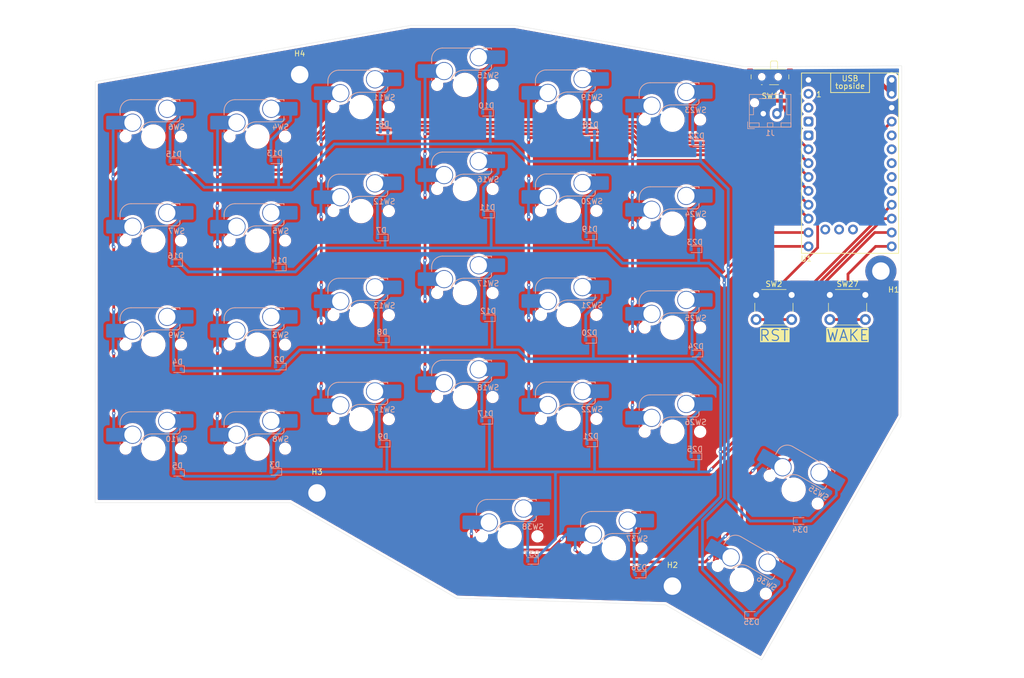
<source format=kicad_pcb>
(kicad_pcb (version 20240108) (generator "pcbnew") (generator_version "8.0")
  (layers (0 "F.Cu" signal) (31 "B.Cu" signal) (34 "B.Paste" user) (35 "F.Paste" user) (36 "B.SilkS" user "B.Silkscreen") (37 "F.SilkS" user "F.Silkscreen") (38 "B.Mask" user) (39 "F.Mask" user) (44 "Edge.Cuts" user))
  (net 0 "")
  (net 1 "GND")
  (net 2 "+BATT")
  (net 3 "Net-(SW1-B)")
  (net 5 "WAKE")
  (net 6 "row2")
  (net 7 "Net-(D2-A)")
  (net 8 "Net-(D3-A)")
  (net 9 "row3")
  (net 10 "Net-(D4-A)")
  (net 11 "Net-(D5-A)")
  (net 12 "row0")
  (net 13 "Net-(D6-A)")
  (net 14 "row1")
  (net 15 "Net-(D7-A)")
  (net 16 "Net-(D8-A)")
  (net 17 "Net-(D9-A)")
  (net 18 "Net-(D10-A)")
  (net 19 "Net-(D11-A)")
  (net 20 "Net-(D12-A)")
  (net 21 "Net-(D13-A)")
  (net 22 "Net-(D14-A)")
  (net 23 "Net-(D15-A)")
  (net 24 "Net-(D16-A)")
  (net 25 "Net-(D17-A)")
  (net 26 "Net-(D18-A)")
  (net 27 "Net-(D19-A)")
  (net 28 "Net-(D20-A)")
  (net 29 "Net-(D21-A)")
  (net 30 "Net-(D22-A)")
  (net 31 "Net-(D23-A)")
  (net 32 "Net-(D24-A)")
  (net 33 "Net-(D25-A)")
  (net 34 "Net-(D34-A)")
  (net 35 "Net-(D35-A)")
  (net 36 "Net-(D36-A)")
  (net 37 "Net-(D37-A)")
  (net 38 "RST")
  (net 47 "col0")
  (net 48 "col1")
  (net 49 "col2")
  (net 50 "col3")
  (net 51 "col5")
  (net 52 "col6")
  (net 53 "col4")
  (footprint "Button_Switch_THT:SW_PUSH_6mm_H5mm" (layer "F.Cu") (at 191.1313 82.807)
    (property "Reference" "SW2")
    (property "Value" "SW_Push")
  )
  (footprint "MountingHole:MountingHole_3.2mm_M3_ISO7380_Pad" (layer "F.Cu") (at 107.54635 42.46295)
    (property "Reference" "H4")
    (property "Value" "MountingHole_Pad")
  )
  (footprint "Button_Switch_THT:SW_PUSH_6mm_H5mm" (layer "F.Cu") (at 204.6242 82.807)
    (property "Reference" "SW27")
    (property "Value" "SW_Push")
  )
  (footprint "MountingHole:MountingHole_3.2mm_M3_ISO7380_Pad" (layer "F.Cu") (at 175.80455 136.11955)
    (property "Reference" "H2")
    (property "Value" "MountingHole_Pad")
  )
  (footprint "MountingHole:MountingHole_3.2mm_M3_ISO7380_Pad" (layer "F.Cu") (at 213.9696 78.4352)
    (property "Reference" "H1")
    (property "Value" "MountingHole_Pad")
  )
  (footprint "MountingHole:MountingHole_3.2mm_M3_ISO7380_Pad" (layer "F.Cu") (at 110.72115 119.055)
    (property "Reference" "H3")
    (property "Value" "MountingHole_Pad")
  )
  (footprint "PCM_marbastlib-xp-promicroish:SuperMini_nRF52840_AH_USBup" (layer "F.Cu") (at 208.3308 59.944)
    (property "Reference" "U1")
    (property "Value" "SuperMini nRF52840")
  )
  (footprint "Button_Switch_SMD:SW_SPDT_PCM12" (layer "F.Cu") (at 193.6628 43.1898 180)
    (property "Reference" "SW1")
    (property "Value" "SW_SPDT")
  )
  (footprint "Diode_SMD:D_SOD-523" (layer "B.Cu") (at 199.2 124.2)
    (property "Reference" "D34")
    (property "Value" "1N4148WT")
  )
  (footprint "PCM_marbastlib-mx:SW_MX_HS_CPG151101S11_1u" (layer "B.Cu") (at 175.800176 69.75 180)
    (property "Reference" "SW24")
    (property "Value" "MX_SW_HS")
  )
  (footprint "Diode_SMD:D_SOD-523" (layer "B.Cu") (at 141.742528 49.456 180)
    (property "Reference" "D10")
    (property "Value" "1N4148WT")
  )
  (footprint "PCM_marbastlib-mx:SW_MX_HS_CPG151101S11_1u" (layer "B.Cu") (at 118.8 67.45 180)
    (property "Reference" "SW12")
    (property "Value" "MX_SW_HS")
  )
  (footprint "PCM_marbastlib-mx:SW_MX_HS_CPG151101S11_1u" (layer "B.Cu") (at 198 118.46 150)
    (property "Reference" "SW35")
    (property "Value" "MX_SW_HS")
  )
  (footprint "PCM_marbastlib-mx:SW_MX_HS_CPG151101S11_1u" (layer "B.Cu") (at 99.8 110.95 180)
    (property "Reference" "SW8")
    (property "Value" "MX_SW_HS")
  )
  (footprint "PCM_marbastlib-mx:SW_MX_HS_CPG151101S11_1u" (layer "B.Cu") (at 118.8 86.5 180)
    (property "Reference" "SW13")
    (property "Value" "MX_SW_HS")
  )
  (footprint "PCM_marbastlib-mx:SW_MX_HS_CPG151101S11_1u" (layer "B.Cu") (at 137.8 63.4 180)
    (property "Reference" "SW16")
    (property "Value" "MX_SW_HS")
  )
  (footprint "PCM_marbastlib-mx:SW_MX_HS_CPG151101S11_1u" (layer "B.Cu") (at 175.8 88.8 180)
    (property "Reference" "SW25")
    (property "Value" "MX_SW_HS")
  )
  (footprint "Connector_JST:JST_XH_B2B-XH-AM_1x02_P2.50mm_Vertical" (layer "B.Cu") (at 192.44075 49.60625)
    (property "Reference" "J1")
    (property "Value" "Conn_01x02")
  )
  (footprint "Diode_SMD:D_SOD-523" (layer "B.Cu") (at 160.667352 72.067 180)
    (property "Reference" "D19")
    (property "Value" "1N4148WT")
  )
  (footprint "Diode_SMD:D_SOD-523" (layer "B.Cu") (at 180.092528 93.554 180)
    (property "Reference" "D24")
    (property "Value" "1N4148WT")
  )
  (footprint "Diode_SMD:D_SOD-523" (layer "B.Cu") (at 179.917528 74.454 180)
    (property "Reference" "D23")
    (property "Value" "1N4148WT")
  )
  (footprint "Diode_SMD:D_SOD-523" (layer "B.Cu") (at 141.917528 68.081 180)
    (property "Reference" "D11")
    (property "Value" "1N4148WT")
  )
  (footprint "PCM_marbastlib-mx:SW_MX_HS_CPG151101S11_1u" (layer "B.Cu") (at 175.800176 107.85 180)
    (property "Reference" "SW26")
    (property "Value" "MX_SW_HS")
  )
  (footprint "PCM_marbastlib-mx:SW_MX_HS_CPG151101S11_1u" (layer "B.Cu") (at 156.8 86.45 180)
    (property "Reference" "SW21")
    (property "Value" "MX_SW_HS")
  )
  (footprint "PCM_marbastlib-mx:SW_MX_HS_CPG151101S11_1u" (layer "B.Cu") (at 165.08 129.2 180)
    (property "Reference" "SW37")
    (property "Value" "MX_SW_HS")
  )
  (footprint "Diode_SMD:D_SOD-523" (layer "B.Cu") (at 169.7 134 180)
    (property "Reference" "D36")
    (property "Value" "1N4148WT")
  )
  (footprint "PCM_marbastlib-mx:SW_MX_HS_CPG151101S11_1u" (layer "B.Cu") (at 80.750176 72.85 180)
    (property "Reference" "SW7")
    (property "Value" "MX_SW_HS")
  )
  (footprint "PCM_marbastlib-mx:SW_MX_HS_CPG151101S11_1u" (layer "B.Cu") (at 156.799824 67.4 180)
    (property "Reference" "SW20")
    (property "Value" "MX_SW_HS")
  )
  (footprint "Diode_SMD:D_SOD-523" (layer "B.Cu") (at 142.067528 87.056 180)
    (property "Reference" "D12")
    (property "Value" "1N4148WT")
  )
  (footprint "PCM_marbastlib-mx:SW_MX_HS_CPG151101S11_1u" (layer "B.Cu") (at 146 127 180)
    (property "Reference" "SW38")
    (property "Value" "MX_SW_HS")
  )
  (footprint "Diode_SMD:D_SOD-523" (layer "B.Cu") (at 160.617352 91.042 180)
    (property "Reference" "D20")
    (property "Value" "1N4148WT")
  )
  (footprint "Diode_SMD:D_SOD-523" (layer "B.Cu") (at 122.667352 90.917 180)
    (property "Reference" "D8")
    (property "Value" "1N4148WT")
  )
  (footprint "PCM_marbastlib-mx:SW_MX_HS_CPG151101S11_1u" (layer "B.Cu") (at 156.799824 48.35 180)
    (property "Reference" "SW19")
    (property "Value" "MX_SW_HS")
  )
  (footprint "PCM_marbastlib-mx:SW_MX_HS_CPG151101S11_1u" (layer "B.Cu") (at 137.8 82.45 180)
    (property "Reference" "SW17")
    (property "Value" "MX_SW_HS")
  )
  (footprint "Diode_SMD:D_SOD-523" (layer "B.Cu") (at 179.917528 112.354 180)
    (property "Reference" "D25")
    (property "Value" "1N4148WT")
  )
  (footprint "Diode_SMD:D_SOD-523" (layer "B.Cu") (at 85.167528 115.379 180)
    (property "Reference" "D5")
    (property "Value" "1N4148WT")
  )
  (footprint "Diode_SMD:D_SOD-523" (layer "B.Cu") (at 103.817528 95.929 180)
    (property "Reference" "D2")
    (property "Value" "1N4148WT")
  )
  (footprint "Diode_SMD:D_SOD-523" (layer "B.Cu") (at 102.992528 58.154 180)
    (property "Reference" "D13")
    (property "Value" "1N4148WT")
  )
  (footprint "Diode_SMD:D_SOD-523" (layer "B.Cu") (at 160.842352 109.992 180)
    (property "Reference" "D21")
    (property "Value" "1N4148WT")
  )
  (footprint "PCM_marbastlib-mx:SW_MX_HS_CPG151101S11_1u" (layer "B.Cu") (at 188.5 134.96 150)
    (property "Reference" "SW36")
    (property "Value" "MX_SW_HS")
  )
  (footprint "PCM_marbastlib-mx:SW_MX_HS_CPG151101S11_1u" (layer "B.Cu") (at 80.750176 91.9 180)
    (property "Reference" "SW9")
    (property "Value" "MX_SW_HS")
  )
  (footprint "Diode_SMD:D_SOD-523" (layer "B.Cu") (at 102.992528 115.204 180)
    (property "Reference" "D3")
    (property "Value" "1N4148WT")
  )
  (footprint "Diode_SMD:D_SOD-523" (layer "B.Cu") (at 141.592528 105.856 180)
    (property "Reference" "D17")
    (property "Value" "1N4148WT")
  )
  (footprint "Diode_SMD:D_SOD-523" (layer "B.Cu") (at 103.817528 77.779 180)
    (property "Reference" "D14")
    (property "Value" "1N4148WT")
  )
  (footprint "PCM_marbastlib-mx:SW_MX_HS_CPG151101S11_1u" (layer "B.Cu") (at 156.8 105.5 180)
    (property "Reference" "SW22")
    (property "Value" "MX_SW_HS")
  )
  (footprint "Diode_SMD:D_SOD-523" (layer "B.Cu") (at 85.167528 96.404 180)
    (property "Reference" "D4")
    (property "Value" "1N4148WT")
  )
  (footprint "PCM_marbastlib-mx:SW_MX_HS_CPG151101S11_1u" (layer "B.Cu") (at 80.750176 53.8 180)
    (property "Reference" "SW6")
    (property "Value" "MX_SW_HS")
  )
  (footprint "PCM_marbastlib-mx:SW_MX_HS_CPG151101S11_1u" (layer "B.Cu") (at 137.800176 101.5 180)
    (property "Reference" "SW18")
    (property "Value" "MX_SW_HS")
  )
  (footprint "Diode_SMD:D_SOD-523" (layer "B.Cu") (at 122.492352 72.292 180)
    (property "Reference" "D7")
    (property "Value" "1N4148WT")
  )
  (footprint "Diode_SMD:D_SOD-523" (layer "B.Cu") (at 122.992352 52.842 180)
    (property "Reference" "D6")
    (property "Value" "1N4148WT")
  )
  (footprint "PCM_marbastlib-mx:SW_MX_HS_CPG151101S11_1u" (layer "B.Cu") (at 99.800176 91.9 180)
    (property "Reference" "SW3")
    (property "Value" "MX_SW_HS")
  )
  (footprint "PCM_marbastlib-mx:SW_MX_HS_CPG151101S11_1u" (layer "B.Cu") (at 80.75 110.95 180)
    (property "Reference" "SW10")
    (property "Value" "MX_SW_HS")
  )
  (footprint "Diode_SMD:D_SOD-523" (layer "B.Cu") (at 150.005 131.5 180)
    (property "Reference" "D37")
    (property "Value" "1N4148WT")
  )
  (footprint "PCM_marbastlib-mx:SW_MX_HS_CPG151101S11_1u" (layer "B.Cu") (at 118.799824 105.55 180)
    (property "Reference" "SW14")
    (property "Value" "MX_SW_HS")
  )
  (footprint "PCM_marbastlib-mx:SW_MX_HS_CPG151101S11_1u" (layer "B.Cu") (at 99.8 53.8 180)
    (property "Reference" "SW4")
    (property "Value" "MX_SW_HS")
  )
  (footprint "PCM_marbastlib-mx:SW_MX_HS_CPG151101S11_1u" (layer "B.Cu") (at 175.800176 50.7 180)
    (property "Reference" "SW23")
    (property "Value" "MX_SW_HS")
  )
  (footprint "Diode_SMD:D_SOD-523" (layer "B.Cu") (at 122.817352 110.042 180)
    (property "Reference" "D9")
    (property "Value" "1N4148WT")
  )
  (footprint "Diode_SMD:D_SOD-523" (layer "B.Cu") (at 160.842352 52.942 180)
    (property "Reference" "D18")
    (property "Value" "1N4148WT")
  )
  (footprint "PCM_marbastlib-mx:SW_MX_HS_CPG151101S11_1u" (layer "B.Cu") (at 99.8 72.85 180)
    (property "Reference" "SW5")
    (property "Value" "MX_SW_HS")
  )
  (footprint "Diode_SMD:D_SOD-523" (layer "B.Cu") (at 84.517528 58.329 180)
    (property "Reference" "D15")
    (property "Value" "1N4148WT")
  )
  (footprint "Diode_SMD:D_SOD-523" (layer "B.Cu") (at 84.842528 76.954 180)
    (property "Reference" "D16")
    (property "Value" "1N4148WT")
  )
  (footprint "Diode_SMD:D_SOD-523" (layer "B.Cu") (at 180.242528 55.004 180)
    (property "Reference" "D22")
    (property "Value" "1N4148WT")
  )
  (footprint "Diode_SMD:D_SOD-523" (layer "B.Cu") (at 190.3 141.4)
    (property "Reference" "D35")
    (property "Value" "1N4148WT")
  )
  (footprint "PCM_marbastlib-mx:SW_MX_HS_CPG151101S11_1u" (layer "B.Cu") (at 137.800176 44.35 180)
    (property "Reference" "SW15")
    (property "Value" "MX_SW_HS")
  )
  (footprint "PCM_marbastlib-mx:SW_MX_HS_CPG151101S11_1u" (layer "B.Cu") (at 118.8 48.4 180)
    (property "Reference" "SW11")
    (property "Value" "MX_SW_HS")
  )
  (gr_poly (pts (xy 192.164 149.62605) (xy 174.504 139.5388) (xy 136.304 138.3388) (xy 105.804 120.8388) (xy 70.0816 120.8416) (xy 70.104 43.7388) (xy 127.904 33.4388) (xy 146.904 33.4388) (xy 188.924001 40.9813) (xy 198.024001 40.9813) (xy 217.7808 40.8356) (xy 217.6556 104.992)) (stroke (width 0.05)) (fill none) (layer "Edge.Cuts"))
  (gr_text "RST\n" (at 191.567014 91.3892 0) (layer "F.SilkS" knockout) (effects (font (size 2 2) (thickness 0.2)) (justify left bottom)))
  (gr_text "WAKE" (at 203.869438 91.3892 0) (layer "F.SilkS" knockout) (effects (font (size 2 2) (thickness 0.2)) (justify left bottom)))
  (segment (start 195.9128 45.76885) (end 195.64705 46.0346) (width 0.75) (layer "F.Cu") (net 2))
  (segment (start 195.9128 44.6198) (end 195.9128 45.76885) (width 0.75) (layer "F.Cu") (net 2))
  (via (at 195.64705 46.0346) (size 0.6) (drill 0.3) (layers "F.Cu" "B.Cu") (net 2))
  (segment (start 195.64705 48.89995) (end 194.94075 49.60625) (width 0.75) (layer "B.Cu") (net 2))
  (segment (start 195.64705 46.0346) (end 195.64705 48.89995) (width 0.75) (layer "B.Cu") (net 2))
  (segment (start 197.6313 47.22515) (end 198.82185 46.0346) (width 0.75) (layer "F.Cu") (net 3))
  (segment (start 194.05965 47.22515) (end 197.6313 47.22515) (width 0.75) (layer "F.Cu") (net 3))
  (segment (start 201.592558 41.959) (end 201.746758 42.1132) (width 0.75) (layer "F.Cu") (net 3))
  (segment (start 198.82185 46.0346) (end 198.82185 42.714571) (width 0.75) (layer "F.Cu") (net 3))
  (segment (start 212.09 42.1132) (end 215.9508 45.974) (width 0.75) (layer "F.Cu") (net 3))
  (segment (start 201.746758 42.1132) (end 212.09 42.1132) (width 0.75) (layer "F.Cu") (net 3))
  (segment (start 198.82185 42.714571) (end 199.577421 41.959) (width 0.75) (layer "F.Cu") (net 3))
  (segment (start 199.577421 41.959) (end 201.592558 41.959) (width 0.75) (layer "F.Cu") (net 3))
  (segment (start 192.9128 46.0783) (end 194.05965 47.22515) (width 0.75) (layer "F.Cu") (net 3))
  (segment (start 192.9128 44.6198) (end 192.9128 46.0783) (width 0.75) (layer "F.Cu") (net 3))
  (segment (start 204.6242 87.307) (end 207.9494 87.307) (width 0.5) (layer "F.Cu") (net 5))
  (segment (start 207.9494 87.307) (end 207.9494 78.97315) (width 0.5) (layer "F.Cu") (net 5))
  (segment (start 207.9494 87.307) (end 211.1242 87.307) (width 0.5) (layer "F.Cu") (net 5))
  (segment (start 207.9494 78.97315) (end 213.00855 73.914) (width 0.5) (layer "F.Cu") (net 5))
  (segment (start 213.00855 73.914) (end 215.9508 73.914) (width 0.5) (layer "F.Cu") (net 5))
  (segment (start 200.59665 81.64815) (end 215.9508 66.294) (width 0.5) (layer "F.Cu") (net 6))
  (segment (start 184.57895 111.51485) (end 185.1327 111.51485) (width 0.5) (layer "F.Cu") (net 6))
  (segment (start 185.1327 111.51485) (end 200.59665 96.0509) (width 0.5) (layer "F.Cu") (net 6))
  (segment (start 200.59665 96.0509) (end 200.59665 81.64815) (width 0.5) (layer "F.Cu") (net 6))
  (via (at 184.57895 111.51485) (size 0.6) (drill 0.3) (layers "F.Cu" "B.Cu") (net 6))
  (segment (start 142.767528 92.764428) (end 142.866 92.8629) (width 0.5) (layer "B.Cu") (net 6))
  (segment (start 123.42035 92.8629) (end 107.583628 92.8629) (width 0.5) (layer "B.Cu") (net 6))
  (segment (start 123.367352 90.917) (end 123.367352 92.809902) (width 0.5) (layer "B.Cu") (net 6))
  (segment (start 103.717528 96.729) (end 104.517528 95.929) (width 0.5) (layer "B.Cu") (net 6))
  (segment (start 184.62895 119.77105) (end 184.62895 99.282422) (width 0.5) (layer "B.Cu") (net 6))
  (segment (start 142.767528 87.056) (end 142.767528 92.764428) (width 0.5) (layer "B.Cu") (net 6))
  (segment (start 179.846528 94.5) (end 180.792528 93.554) (width 0.5) (layer "B.Cu") (net 6))
  (segment (start 86.192528 96.729) (end 103.717528 96.729) (width 0.5) (layer "B.Cu") (net 6))
  (segment (start 142.866 92.8629) (end 123.42035 92.8629) (width 0.5) (layer "B.Cu") (net 6))
  (segment (start 161.51795 94.5) (end 149.2653 94.5) (width 0.5) (layer "B.Cu") (net 6))
  (segment (start 123.367352 92.809902) (end 123.42035 92.8629) (width 0.5) (layer "B.Cu") (net 6))
  (segment (start 149.2653 94.5) (end 147.6282 92.8629) (width 0.5) (layer "B.Cu") (net 6))
  (segment (start 184.62895 99.282422) (end 179.846528 94.5) (width 0.5) (layer "B.Cu") (net 6))
  (segment (start 170.4 134) (end 184.62895 119.77105) (width 0.5) (layer "B.Cu") (net 6))
  (segment (start 107.583628 92.8629) (end 104.517528 95.929) (width 0.5) (layer "B.Cu") (net 6))
  (segment (start 161.317352 94.299402) (end 161.51795 94.5) (width 0.5) (layer "B.Cu") (net 6))
  (segment (start 85.867528 96.404) (end 86.192528 96.729) (width 0.5) (layer "B.Cu") (net 6))
  (segment (start 161.317352 91.042) (end 161.317352 94.299402) (width 0.5) (layer "B.Cu") (net 6))
  (segment (start 179.846528 94.5) (end 161.51795 94.5) (width 0.5) (layer "B.Cu") (net 6))
  (segment (start 147.6282 92.8629) (end 142.866 92.8629) (width 0.5) (layer "B.Cu") (net 6))
  (segment (start 105.890176 86.82) (end 103.117528 89.592648) (width 0.5) (layer "B.Cu") (net 7))
  (segment (start 103.117528 89.592648) (end 103.117528 95.929) (width 0.5) (layer "B.Cu") (net 7))
  (segment (start 102.2939 109.4661) (end 102.2939 115.202628) (width 0.5) (layer "B.Cu") (net 8))
  (segment (start 105.89 105.87) (end 102.2939 109.4661) (width 0.5) (layer "B.Cu") (net 8))
  (segment (start 102.2939 115.202628) (end 102.292528 115.204) (width 0.5) (layer "B.Cu") (net 8))
  (segment (start 214.40075 68.834) (end 215.9508 68.834) (width 0.5) (layer "F.Cu") (net 9))
  (segment (start 201.29665 81.9381) (end 214.40075 68.834) (width 0.5) (layer "F.Cu") (net 9))
  (segment (start 201.29665 96.34085) (end 201.29665 81.9381) (width 0.5) (layer "F.Cu") (net 9))
  (segment (start 182.94785 114.68965) (end 201.29665 96.34085) (width 0.5) (layer "F.Cu") (net 9))
  (via (at 182.94785 114.68965) (size 0.6) (drill 0.3) (layers "F.Cu" "B.Cu") (net 9))
  (segment (start 180.617528 112.354) (end 180.617528 115.153222) (width 0.5) (layer "B.Cu") (net 9))
  (segment (start 182.4335 115.204) (end 177.767528 115.204) (width 0.5) (layer "B.Cu") (net 9))
  (segment (start 180.617528 115.153222) (end 180.56675 115.204) (width 0.5) (layer "B.Cu") (net 9))
  (segment (start 161.542352 109.992) (end 161.542352 115.179598) (width 0.5) (layer "B.Cu") (net 9))
  (segment (start 123.517352 115.106998) (end 123.42035 115.204) (width 0.5) (layer "B.Cu") (net 9))
  (segment (start 123.42035 115.204) (end 103.692528 115.204) (width 0.5) (layer "B.Cu") (net 9))
  (segment (start 150.705 131.150001) (end 154.37465 127.480351) (width 0.5) (layer "B.Cu") (net 9))
  (segment (start 154.37465 115.204) (end 154.7715 115.204) (width 0.5) (layer "B.Cu") (net 9))
  (segment (start 123.517352 110.042) (end 123.517352 115.106998) (width 0.5) (layer "B.Cu") (net 9))
  (segment (start 142.292528 105.856) (end 142.292528 115.027378) (width 0.5) (layer "B.Cu") (net 9))
  (segment (start 182.94785 114.68965) (end 182.4335 115.204) (width 0.5) (layer "B.Cu") (net 9))
  (segment (start 154.37465 127.480351) (end 154.37465 115.204) (width 0.5) (layer "B.Cu") (net 9))
  (segment (start 86.492528 116.004) (end 102.892528 116.004) (width 0.5) (layer "B.Cu") (net 9))
  (segment (start 150.705 131.5) (end 150.705 131.150001) (width 0.5) (layer "B.Cu") (net 9))
  (segment (start 154.7715 115.204) (end 142.46915 115.204) (width 0.5) (layer "B.Cu") (net 9))
  (segment (start 102.892528 116.004) (end 103.692528 115.204) (width 0.5) (layer "B.Cu") (net 9))
  (segment (start 161.51795 115.204) (end 154.7715 115.204) (width 0.5) (layer "B.Cu") (net 9))
  (segment (start 177.767528 115.204) (end 161.51795 115.204) (width 0.5) (layer "B.Cu") (net 9))
  (segment (start 142.46915 115.204) (end 123.42035 115.204) (width 0.5) (layer "B.Cu") (net 9))
  (segment (start 180.56675 115.204) (end 177.767528 115.204) (width 0.5) (layer "B.Cu") (net 9))
  (segment (start 161.542352 115.179598) (end 161.51795 115.204) (width 0.5) (layer "B.Cu") (net 9))
  (segment (start 142.292528 115.027378) (end 142.46915 115.204) (width 0.5) (layer "B.Cu") (net 9))
  (segment (start 85.867528 115.379) (end 86.492528 116.004) (width 0.5) (layer "B.Cu") (net 9))
  (segment (start 84.455176 89.205) (end 84.455176 96.391648) (width 0.5) (layer "B.Cu") (net 10))
  (segment (start 86.840176 86.82) (end 84.455176 89.205) (width 0.5) (layer "B.Cu") (net 10))
  (segment (start 84.455176 96.391648) (end 84.467528 96.404) (width 0.5) (layer "B.Cu") (net 10))
  (segment (start 84.455 115.366472) (end 84.467528 115.379) (width 0.5) (layer "B.Cu") (net 11))
  (segment (start 86.84 105.87) (end 84.455 108.255) (width 0.5) (layer "B.Cu") (net 11))
  (segment (start 84.455 108.255) (end 84.455 115.366472) (width 0.5) (layer "B.Cu") (net 11))
  (segment (start 186.12265 77.7826) (end 192.53125 71.374) (width 0.5) (layer "F.Cu") (net 12))
  (segment (start 186.02895 77.7826) (end 186.12265 77.7826) (width 0.5) (layer "F.Cu") (net 12))
  (segment (start 192.53125 71.374) (end 200.7108 71.374) (width 0.5) (layer "F.Cu") (net 12))
  (via (at 186.02895 77.7826) (size 0.6) (drill 0.3) (layers "F.Cu" "B.Cu") (net 12))
  (segment (start 103.692528 58.154) (end 103.692528 62.984472) (width 0.5) (layer "B.Cu") (net 12))
  (segment (start 103.692528 62.984472) (end 103.57785 63.09915) (width 0.5) (layer "B.Cu") (net 12))
  (segment (start 186.02895 77.7826) (end 186.02895 63.4023) (width 0.5) (layer "B.Cu") (net 12))
  (segment (start 113.89595 55.16215) (end 105.95895 63.09915) (width 0.5) (layer "B.Cu") (net 12))
  (segment (start 161.51795 58.33695) (end 149.61245 58.33695) (width 0.5) (layer "B.Cu") (net 12))
  (segment (start 123.692352 52.842) (end 123.692352 55.16215) (width 0.5) (layer "B.Cu") (net 12))
  (segment (start 142.99535 55.16215) (end 142.46915 55.16215) (width 0.5) (layer "B.Cu") (net 12))
  (segment (start 180.942528 55.004) (end 180.942528 58.315878) (width 0.5) (layer "B.Cu") (net 12))
  (segment (start 103.57785 63.09915) (end 90.08495 63.09915) (width 0.5) (layer "B.Cu") (net 12))
  (segment (start 146.43765 55.16215) (end 142.99535 55.16215) (width 0.5) (layer "B.Cu") (net 12))
  (segment (start 142.442528 55.135528) (end 142.442528 49.456) (width 0.5) (layer "B.Cu") (net 12))
  (segment (start 85.3148 58.329) (end 85.217528 58.329) (width 0.5) (layer "B.Cu") (net 12))
  (segment (start 186.02895 63.4023) (end 180.9636 58.33695) (width 0.5) (layer "B.Cu") (net 12))
  (segment (start 142.46915 55.16215) (end 142.442528 55.135528) (width 0.5) (layer "B.Cu") (net 12))
  (segment (start 161.542352 52.942) (end 161.542352 55.534598) (width 0.5) (layer "B.Cu") (net 12))
  (segment (start 180.942528 58.315878) (end 180.9636 58.33695) (width 0.5) (layer "B.Cu") (net 12))
  (segment (start 142.99535 55.16215) (end 113.89595 55.16215) (width 0.5) (layer "B.Cu") (net 12))
  (segment (start 180.9636 58.33695) (end 161.51795 58.33695) (width 0.5) (layer "B.Cu") (net 12))
  (segment (start 149.61245 58.33695) (end 146.43765 55.16215) (width 0.5) (layer "B.Cu") (net 12))
  (segment (start 161.51795 55.559) (end 161.51795 58.33695) (width 0.5) (layer "B.Cu") (net 12))
  (segment (start 186.02895 120.15185) (end 190.0771 124.2) (width 0.5) (layer "B.Cu") (net 12))
  (segment (start 186.02895 77.7826) (end 186.02895 120.15185) (width 0.5) (layer "B.Cu") (net 12))
  (segment (start 90.08495 63.09915) (end 85.3148 58.329) (width 0.5) (layer "B.Cu") (net 12))
  (segment (start 161.542352 55.534598) (end 161.51795 55.559) (width 0.5) (layer "B.Cu") (net 12))
  (segment (start 105.95895 63.09915) (end 103.57785 63.09915) (width 0.5) (layer "B.Cu") (net 12))
  (segment (start 190.0771 124.2) (end 198.5 124.2) (width 0.5) (layer "B.Cu") (net 12))
  (segment (start 122.292352 45.917648) (end 124.89 43.32) (width 0.5) (layer "B.Cu") (net 13))
  (segment (start 122.292352 52.842) (end 122.292352 45.917648) (width 0.5) (layer "B.Cu") (net 13))
  (segment (start 185.27895 80.56055) (end 185.27895 79.76685) (width 0.5) (layer "F.Cu") (net 14))
  (segment (start 191.1318 73.914) (end 200.7108 73.914) (width 0.5) (layer "F.Cu") (net 14))
  (segment (start 185.27895 79.76685) (end 191.1318 73.914) (width 0.5) (layer "F.Cu") (net 14))
  (via (at 185.27895 80.56055) (size 0.6) (drill 0.3) (layers "F.Cu" "B.Cu") (net 14))
  (segment (start 111.118 74.21095) (end 106.75265 78.5763) (width 0.5) (layer "B.Cu") (net 14))
  (segment (start 87.167528 78.579) (end 103.717528 78.579) (width 0.5) (layer "B.Cu") (net 14))
  (segment (start 104.7684 78.5763) (end 103.720228 78.5763) (width 0.5) (layer "B.Cu") (net 14))
  (segment (start 104.517528 78.325428) (end 104.7684 78.5763) (width 0.5) (layer "B.Cu") (net 14))
  (segment (start 180.617528 76.938122) (end 180.56675 76.9889) (width 0.5) (layer "B.Cu") (net 14))
  (segment (start 142.46915 74.21095) (end 123.0235 74.21095) (width 0.5) (layer "B.Cu") (net 14))
  (segment (start 142.617528 68.081) (end 142.617528 74.062572) (width 0.5) (layer "B.Cu") (net 14))
  (segment (start 161.367352 72.067) (end 161.367352 74.060352) (width 0.5) (layer "B.Cu") (net 14))
  (segment (start 161.367352 74.060352) (end 161.51795 74.21095) (width 0.5) (layer "B.Cu") (net 14))
  (segment (start 123.192352 72.292) (end 123.192352 74.042098) (width 0.5) (layer "B.Cu") (net 14))
  (segment (start 181.30566 124.08429) (end 185.32895 120.061) (width 0.5) (layer "B.Cu") (net 14))
  (segment (start 189.6 141.4) (end 181.30566 133.10566) (width 0.5) (layer "B.Cu") (net 14))
  (segment (start 181.30566 133.10566) (end 181.30566 124.08429) (width 0.5) (layer "B.Cu") (net 14))
  (segment (start 182.551 76.9889) (end 180.56675 76.9889) (width 0.5) (layer "B.Cu") (net 14))
  (segment (start 106.75265 78.5763) (end 104.7684 78.5763) (width 0.5) (layer "B.Cu") (net 14))
  (segment (start 142.617528 74.062572) (end 142.46915 74.21095) (width 0.5) (layer "B.Cu") (net 14))
  (segment (start 103.720228 78.5763) (end 103.717528 78.579) (width 0.5) (layer "B.Cu") (net 14))
  (segment (start 161.51795 74.21095) (end 142.46915 74.21095) (width 0.5) (layer "B.Cu") (net 14))
  (segment (start 123.0235 74.21095) (end 111.118 74.21095) (width 0.5) (layer "B.Cu") (net 14))
  (segment (start 104.517528 77.779) (end 104.517528 78.325428) (width 0.5) (layer "B.Cu") (net 14))
  (segment (start 123.192352 74.042098) (end 123.0235 74.21095) (width 0.5) (layer "B.Cu") (net 14))
  (segment (start 180.617528 74.454) (end 180.617528 76.938122) (width 0.5) (layer "B.Cu") (net 14))
  (segment (start 85.542528 76.954) (end 87.167528 78.579) (width 0.5) (layer "B.Cu") (net 14))
  (segment (start 185.32895 120.061) (end 185.32895 79.76685) (width 0.5) (layer "B.Cu") (net 14))
  (segment (start 166.677 76.9889) (end 163.89905 74.21095) (width 0.5) (layer "B.Cu") (net 14))
  (segment (start 185.32895 79.76685) (end 182.551 76.9889) (width 0.5) (layer "B.Cu") (net 14))
  (segment (start 163.89905 74.21095) (end 161.51795 74.21095) (width 0.5) (layer "B.Cu") (net 14))
  (segment (start 180.56675 76.9889) (end 166.677 76.9889) (width 0.5) (layer "B.Cu") (net 14))
  (segment (start 121.792352 65.467648) (end 121.792352 72.292) (width 0.5) (layer "B.Cu") (net 15))
  (segment (start 124.89 62.37) (end 121.792352 65.467648) (width 0.5) (layer "B.Cu") (net 15))
  (segment (start 121.967352 84.342648) (end 121.967352 90.917) (width 0.5) (layer "B.Cu") (net 16))
  (segment (start 124.89 81.42) (end 121.967352 84.342648) (width 0.5) (layer "B.Cu") (net 16))
  (segment (start 122.117352 103.242472) (end 122.117352 110.042) (width 0.5) (layer "B.Cu") (net 17))
  (segment (start 124.889824 100.47) (end 122.117352 103.242472) (width 0.5) (layer "B.Cu") (net 17))
  (segment (start 141.042528 42.117648) (end 143.890176 39.27) (width 0.5) (layer "B.Cu") (net 18))
  (segment (start 141.042528 49.456) (end 141.042528 42.117648) (width 0.5) (layer "B.Cu") (net 18))
  (segment (start 143.89 60.445456) (end 141.217528 63.117928) (width 0.5) (layer "B.Cu") (net 19))
  (segment (start 141.217528 63.117928) (end 141.217528 68.081) (width 0.5) (layer "B.Cu") (net 19))
  (segment (start 143.89 58.32) (end 143.89 60.445456) (width 0.5) (layer "B.Cu") (net 19))
  (segment (start 143.89 77.37) (end 141.367528 79.892472) (width 0.5) (layer "B.Cu") (net 20))
  (segment (start 141.367528 79.892472) (end 141.367528 87.056) (width 0.5) (layer "B.Cu") (net 20))
  (segment (start 102.292528 58.154) (end 102.292528 54.442928) (width 0.5) (layer "B.Cu") (net 21))
  (segment (start 105.89 50.845456) (end 105.89 48.72) (width 0.5) (layer "B.Cu") (net 21))
  (segment (start 102.292528 54.442928) (end 105.89 50.845456) (width 0.5) (layer "B.Cu") (net 21))
  (segment (start 105.89 67.77) (end 103.117528 70.542472) (width 0.5) (layer "B.Cu") (net 22))
  (segment (start 103.117528 70.542472) (end 103.117528 77.779) (width 0.5) (layer "B.Cu") (net 22))
  (segment (start 83.817528 51.742648) (end 83.817528 58.329) (width 0.5) (layer "B.Cu") (net 23))
  (segment (start 86.840176 48.72) (end 83.817528 51.742648) (width 0.5) (layer "B.Cu") (net 23))
  (segment (start 84.142528 76.954) (end 84.142528 70.467648) (width 0.5) (layer "B.Cu") (net 24))
  (segment (start 84.142528 70.467648) (end 86.840176 67.77) (width 0.5) (layer "B.Cu") (net 24))
  (segment (start 140.892528 99.417648) (end 140.892528 105.856) (width 0.5) (layer "B.Cu") (net 25))
  (segment (start 143.890176 96.42) (end 140.892528 99.417648) (width 0.5) (layer "B.Cu") (net 25))
  (segment (start 160.142352 46.017472) (end 162.889824 43.27) (width 0.5) (layer "B.Cu") (net 26))
  (segment (start 160.142352 52.942) (end 160.142352 46.017472) (width 0.5) (layer "B.Cu") (net 26))
  (segment (start 159.967352 65.242472) (end 159.967352 72.067) (width 0.5) (layer "B.Cu") (net 27))
  (segment (start 162.889824 62.32) (end 159.967352 65.242472) (width 0.5) (layer "B.Cu") (net 27))
  (segment (start 159.917352 91.042) (end 159.917352 86.468104) (width 0.5) (layer "B.Cu") (net 28))
  (segment (start 162.89 83.495456) (end 162.89 81.37) (width 0.5) (layer "B.Cu") (net 28))
  (segment (start 159.917352 86.468104) (end 162.89 83.495456) (width 0.5) (layer "B.Cu") (net 28))
  (segment (start 160.142352 103.167648) (end 160.142352 109.992) (width 0.5) (layer "B.Cu") (net 29))
  (segment (start 162.89 100.42) (end 160.142352 103.167648) (width 0.5) (layer "B.Cu") (net 29))
  (segment (start 179.542528 55.004) (end 179.505176 54.966648) (width 0.5) (layer "B.Cu") (net 30))
  (segment (start 179.505176 54.966648) (end 179.505176 48.005) (width 0.5) (layer "B.Cu") (net 30))
  (segment (start 179.505176 48.005) (end 181.890176 45.62) (width 0.5) (layer "B.Cu") (net 30))
  (segment (start 179.217528 67.342648) (end 179.217528 74.454) (width 0.5) (layer "B.Cu") (net 31))
  (segment (start 181.890176 64.67) (end 179.217528 67.342648) (width 0.5) (layer "B.Cu") (net 31))
  (segment (start 179.392528 93.554) (end 179.392528 86.217472) (width 0.5) (layer "B.Cu") (net 32))
  (segment (start 179.392528 86.217472) (end 181.89 83.72) (width 0.5) (layer "B.Cu") (net 32))
  (segment (start 181.890176 102.77) (end 179.217528 105.442648) (width 0.5) (layer "B.Cu") (net 33))
  (segment (start 179.217528 105.442648) (end 179.217528 112.354) (width 0.5) (layer "B.Cu") (net 33))
  (segment (start 201.143953 124.2) (end 205.814095 119.529858) (width 0.5) (layer "B.Cu") (net 34))
  (segment (start 205.814095 119.529858) (end 205.814095 117.105591) (width 0.5) (layer "B.Cu") (net 34))
  (segment (start 199.9 124.2) (end 201.143953 124.2) (width 0.5) (layer "B.Cu") (net 34))
  (segment (start 196.314095 136.085905) (end 191 141.4) (width 0.5) (layer "B.Cu") (net 35))
  (segment (start 196.314095 133.605591) (end 196.314095 136.085905) (width 0.5) (layer "B.Cu") (net 35))
  (segment (start 169.42 124.12) (end 168.785 124.755) (width 0.5) (layer "B.Cu") (net 36))
  (segment (start 168.785 133.785) (end 169 134) (width 0.5) (layer "B.Cu") (net 36))
  (segment (start 168.785 124.755) (end 168.785 133.785) (width 0.5) (layer "B.Cu") (net 36))
  (segment (start 149.305 124.705) (end 149.305 131.5) (width 0.5) (layer "B.Cu") (net 37))
  (segment (start 152.09 121.92) (end 149.305 124.705) (width 0.5) (layer "B.Cu") (net 37))
  (segment (start 197.6313 87.307) (end 194.85335 87.307) (width 0.5) (layer "F.Cu") (net 38))
  (segment (start 202.3935 74.140489) (end 202.3935 64.6113) (width 0.5) (layer "F.Cu") (net 38))
  (segment (start 202.3935 64.6113) (end 215.9508 51.054) (width 0.5) (layer "F.Cu") (net 38))
  (segment (start 194.85335 87.307) (end 191.1313 87.307) (width 0.5) (layer "F.Cu") (net 38))
  (segment (start 194.85335 87.307) (end 194.85335 81.680639) (width 0.5) (layer "F.Cu") (net 38))
  (segment (start 194.85335 81.680639) (end 202.3935 74.140489) (width 0.5) (layer "F.Cu") (net 38))
  (segment (start 196.2895 54.2527) (end 200.7108 58.674) (width 0.5) (layer "F.Cu") (net 47))
  (segment (start 92.5 86) (end 92.5 73.5) (width 0.5) (layer "F.Cu") (net 47))
  (segment (start 171.32345 54.2527) (end 196.2895 54.2527) (width 0.5) (layer "F.Cu") (net 47))
  (segment (start 92.5 66.5) (end 92.5 60.67435) (width 0.5) (layer "F.Cu") (net 47))
  (segment (start 92.5 105) (end 92.5 93) (width 0.5) (layer "F.Cu") (net 47))
  (segment (start 92.5 60.67435) (end 92.5437 60.71805) (width 0.5) (layer "F.Cu") (net 47))
  (segment (start 113.19595 51.89365) (end 168.9644 51.89365) (width 0.5) (layer "F.Cu") (net 47))
  (segment (start 168.9644 51.89365) (end 171.32345 54.2527) (width 0.5) (layer "F.Cu") (net 47))
  (segment (start 92.5437 60.71805) (end 104.37155 60.71805) (width 0.5) (layer "F.Cu") (net 47))
  (segment (start 104.37155 60.71805) (end 113.19595 51.89365) (width 0.5) (layer "F.Cu") (net 47))
  (via (at 92.5 105) (size 0.6) (drill 0.3) (layers "F.Cu" "B.Cu") (net 47))
  (via (at 92.5 93) (size 0.6) (drill 0.3) (layers "F.Cu" "B.Cu") (net 47))
  (via (at 92.5 66.5) (size 0.6) (drill 0.3) (layers "F.Cu" "B.Cu") (net 47))
  (via (at 92.5 86) (size 0.6) (drill 0.3) (layers "F.Cu" "B.Cu") (net 47))
  (via (at 92.5 60.67435) (size 0.6) (drill 0.3) (layers "F.Cu" "B.Cu") (net 47))
  (via (at 92.5 73.5) (size 0.6) (drill 0.3) (layers "F.Cu" "B.Cu") (net 47))
  (segment (start 92.5 93) (end 92.5 89.419824) (width 0.5) (layer "B.Cu") (net 47))
  (segment (start 92.44 66.56) (end 92.5 66.5) (width 0.5) (layer "B.Cu") (net 47))
  (segment (start 92.44 108.41) (end 92.44 105.06) (width 0.5) (layer "B.Cu") (net 47))
  (segment (start 92.44 70.31) (end 92.44 66.56) (width 0.5) (layer "B.Cu") (net 47))
  (segment (start 92.5 70.37) (end 92.44 70.31) (width 0.5) (layer "B.Cu") (net 47))
  (segment (start 92.440176 89.36) (end 92.440176 86.059824) (width 0.5) (layer "B.Cu") (net 47))
  (segment (start 92.5 73.5) (end 92.5 70.37) (width 0.5) (layer "B.Cu") (net 47))
  (segment (start 92.5 60.67435) (end 92.5 51.32) (width 0.5) (layer "B.Cu") (net 47))
  (segment (start 92.5 51.32) (end 92.44 51.26) (width 0.5) (layer "B.Cu") (net 47))
  (segment (start 92.44 105.06) (end 92.5 105) (width 0.5) (layer "B.Cu") (net 47))
  (segment (start 92.5 89.419824) (end 92.440176 89.36) (width 0.5) (layer "B.Cu") (net 47))
  (segment (start 92.440176 86.059824) (end 92.5 86) (width 0.5) (layer "B.Cu") (net 47))
  (segment (start 73.5 74) (end 73.5 85.5) (width 0.5) (layer "F.Cu") (net 48))
  (segment (start 198.1295 53.5527) (end 171.628332 53.5527) (width 0.5) (layer "F.Cu") (net 48))
  (segment (start 171.628332 53.5527) (end 169.269282 51.19365) (width 0.5) (layer "F.Cu") (net 48))
  (segment (start 200.7108 56.134) (end 198.1295 53.5527) (width 0.5) (layer "F.Cu") (net 48))
  (segment (start 74.580726 59.92435) (end 73.390176 61.1149) (width 0.5) (layer "F.Cu") (net 48))
  (segment (start 73.5 93.5) (end 73.5 104.5) (width 0.5) (layer "F.Cu") (net 48))
  (segment (start 112.906 51.19365) (end 104.1753 59.92435) (width 0.5) (layer "F.Cu") (net 48))
  (segment (start 104.1753 59.92435) (end 74.580726 59.92435) (width 0.5) (layer "F.Cu") (net 48))
  (segment (start 169.269282 51.19365) (end 112.906 51.19365) (width 0.5) (layer "F.Cu") (net 48))
  (via (at 73.390176 61.1149) (size 0.6) (drill 0.3) (layers "F.Cu" "B.Cu") (net 48))
  (via (at 73.5 85.5) (size 0.6) (drill 0.3) (layers "F.Cu" "B.Cu") (net 48))
  (via (at 73.5 93.5) (size 0.6) (drill 0.3) (layers "F.Cu" "B.Cu") (net 48))
  (via (at 73.5 104.5) (size 0.6) (drill 0.3) (layers "F.Cu" "B.Cu") (net 48))
  (via (at 73.5 74) (size 0.6) (drill 0.3) (layers "F.Cu" "B.Cu") (net 48))
  (segment (start 73.390176 70.31) (end 73.390176 73.890176) (width 0.5) (layer "B.Cu") (net 48))
  (segment (start 73.390176 61.1149) (end 73.390176 51.26) (width 0.5) (layer "B.Cu") (net 48))
  (segment (start 73.5 108.3) (end 73.39 108.41) (width 0.5) (layer "B.Cu") (net 48))
  (segment (start 73.390176 73.890176) (end 73.5 74) (width 0.5) (layer "B.Cu") (net 48))
  (segment (start 73.5 104.5) (end 73.5 108.3) (width 0.5) (layer "B.Cu") (net 48))
  (segment (start 73.390176 70.31) (end 73.390176 61.1149) (width 0.5) (layer "B.Cu") (net 48))
  (segment (start 73.390176 89.36) (end 73.390176 93.390176) (width 0.5) (layer "B.Cu") (net 48))
  (segment (start 73.390176 93.390176) (end 73.5 93.5) (width 0.5) (layer "B.Cu") (net 48))
  (segment (start 73.5 89.250176) (end 73.390176 89.36) (width 0.5) (layer "B.Cu") (net 48))
  (segment (start 73.5 85.5) (end 73.5 89.250176) (width 0.5) (layer "B.Cu") (net 48))
  (segment (start 171.0335 54.9527) (end 194.4495 54.9527) (width 0.5) (layer "F.Cu") (net 49))
  (segment (start 111.44 54.7653) (end 111.5 54.8253) (width 0.5) (layer "F.Cu") (net 49))
  (segment (start 113.4859 52.59365) (end 168.67445 52.59365) (width 0.5) (layer "F.Cu") (net 49))
  (segment (start 194.4495 54.9527) (end 200.7108 61.214) (width 0.5) (layer "F.Cu") (net 49))
  (segment (start 111.44 54.63955) (end 113.4859 52.59365) (width 0.5) (layer "F.Cu") (net 49))
  (segment (start 111.5 54.8253) (end 111.5 61.5) (width 0.5) (layer "F.Cu") (net 49))
  (segment (start 111.5 87.5) (end 111.5 99.5) (width 0.5) (layer "F.Cu") (net 49))
  (segment (start 111.5 68.5) (end 111.5 81) (width 0.5) (layer "F.Cu") (net 49))
  (segment (start 168.67445 52.59365) (end 171.0335 54.9527) (width 0.5) (layer "F.Cu") (net 49))
  (segment (start 111.44 54.7653) (end 111.44 54.63955) (width 0.5) (layer "F.Cu") (net 49))
  (via (at 111.5 61.5) (size 0.6) (drill 0.3) (layers "F.Cu" "B.Cu") (net 49))
  (via (at 111.5 81) (size 0.6) (drill 0.3) (layers "F.Cu" "B.Cu") (net 49))
  (via (at 111.5 68.5) (size 0.6) (drill 0.3) (layers "F.Cu" "B.Cu") (net 49))
  (via (at 111.5 99.5) (size 0.6) (drill 0.3) (layers "F.Cu" "B.Cu") (net 49))
  (via (at 111.44 54.7653) (size 0.6) (drill 0.3) (layers "F.Cu" "B.Cu") (net 49))
  (via (at 111.5 87.5) (size 0.6) (drill 0.3) (layers "F.Cu" "B.Cu") (net 49))
  (segment (start 111.44 87.44) (end 111.5 87.5) (width 0.5) (layer "B.Cu") (net 49))
  (segment (start 111.5 61.5) (end 111.5 64.85) (width 0.5) (layer "B.Cu") (net 49))
  (segment (start 111.5 64.85) (end 111.44 64.91) (width 0.5) (layer "B.Cu") (net 49))
  (segment (start 111.44 64.91) (end 111.44 68.44) (width 0.5) (layer "B.Cu") (net 49))
  (segment (start 111.44 83.96) (end 111.44 87.44) (width 0.5) (layer "B.Cu") (net 49))
  (segment (start 111.5 81) (end 111.5 83.9) (width 0.5) (layer "B.Cu") (net 49))
  (segment (start 111.439824 99.560176) (end 111.5 99.5) (width 0.5) (layer "B.Cu") (net 49))
  (segment (start 111.5 83.9) (end 111.44 83.96) (width 0.5) (layer "B.Cu") (net 49))
  (segment (start 111.44 54.7653) (end 111.44 45.86) (width 0.5) (layer "B.Cu") (net 49))
  (segment (start 111.44 68.44) (end 111.5 68.5) (width 0.5) (layer "B.Cu") (net 49))
  (segment (start 111.439824 103.01) (end 111.439824 99.560176) (width 0.5) (layer "B.Cu") (net 49))
  (segment (start 130.5 76.5) (end 130.5 64.5) (width 0.5) (layer "F.Cu") (net 50))
  (segment (start 130.5 53.34365) (end 130.55 53.29365) (width 0.5) (layer "F.Cu") (net 50))
  (segment (start 192.6095 55.6527) (end 200.7108 63.754) (width 0.5) (layer "F.Cu") (net 50))
  (segment (start 130.5 96) (end 130.5 83.5) (width 0.5) (layer "F.Cu") (net 50))
  (segment (start 130.55 53.29365) (end 168.3845 53.29365) (width 0.5) (layer "F.Cu") (net 50))
  (segment (start 130.5 57) (end 130.5 53.34365) (width 0.5) (layer "F.Cu") (net 50))
  (segment (start 170.74355 55.6527) (end 192.6095 55.6527) (width 0.5) (layer "F.Cu") (net 50))
  (segment (start 168.3845 53.29365) (end 170.74355 55.6527) (width 0.5) (layer "F.Cu") (net 50))
  (via (at 130.5 96) (size 0.6) (drill 0.3) (layers "F.Cu" "B.Cu") (net 50))
  (via (at 130.5 83.5) (size 0.6) (drill 0.3) (layers "F.Cu" "B.Cu") (net 50))
  (via (at 130.5 64.5) (size 0.6) (drill 0.3) (layers "F.Cu" "B.Cu") (net 50))
  (via (at 130.5 57) (size 0.6) (drill 0.3) (layers "F.Cu" "B.Cu") (net 50))
  (via (at 130.5 53.34365) (size 0.6) (drill 0.3) (layers "F.Cu" "B.Cu") (net 50))
  (via (at 130.5 76.5) (size 0.6) (drill 0.3) (layers "F.Cu" "B.Cu") (net 50))
  (segment (start 130.44 79.91) (end 130.44 76.56) (width 0.5) (layer "B.Cu") (net 50))
  (segment (start 130.440176 96.059824) (end 130.5 96) (width 0.5) (layer "B.Cu") (net 50))
  (segment (start 130.44 76.56) (end 130.5 76.5) (width 0.5) (layer "B.Cu") (net 50))
  (segment (start 130.5 60.92) (end 130.44 60.86) (width 0.5) (layer "B.Cu") (net 50))
  (segment (start 130.5 53.34365) (end 130.5 41.869824) (width 0.5) (layer "B.Cu") (net 50))
  (segment (start 130.44 60.86) (end 130.44 57.06) (width 0.5) (layer "B.Cu") (net 50))
  (segment (start 130.440176 98.96) (end 130.440176 96.059824) (width 0.5) (layer "B.Cu") (net 50))
  (segment (start 130.5 83.5) (end 130.5 79.97) (width 0.5) (layer "B.Cu") (net 50))
  (segment (start 130.5 79.97) (end 130.44 79.91) (width 0.5) (layer "B.Cu") (net 50))
  (segment (start 130.5 41.869824) (end 130.440176 41.81) (width 0.5) (layer "B.Cu") (net 50))
  (segment (start 130.44 57.06) (end 130.5 57) (width 0.5) (layer "B.Cu") (net 50))
  (segment (start 130.5 64.5) (end 130.5 60.92) (width 0.5) (layer "B.Cu") (net 50))
  (segment (start 149.439824 54.36845) (end 149.5 54.428626) (width 0.5) (layer "F.Cu") (net 51))
  (segment (start 149.814624 53.99365) (end 168.09455 53.99365) (width 0.5) (layer "F.Cu") (net 51))
  (segment (start 170.4536 56.3527) (end 190.7695 56.3527) (width 0.5) (layer "F.Cu") (net 51))
  (segment (start 149.5 87) (end 149.5 99.5) (width 0.5) (layer "F.Cu") (net 51))
  (segment (start 149.5 68.5) (end 149.5 81) (width 0.5) (layer "F.Cu") (net 51))
  (segment (start 149.5 54.428626) (end 149.5 61.5) (width 0.5) (layer "F.Cu") (net 51))
  (segment (start 190.7695 56.3527) (end 200.7108 66.294) (width 0.5) (layer "F.Cu") (net 51))
  (segment (start 149.439824 54.36845) (end 149.814624 53.99365) (width 0.5) (layer "F.Cu") (net 51))
  (segment (start 168.09455 53.99365) (end 170.4536 56.3527) (width 0.5) (layer "F.Cu") (net 51))
  (via (at 149.439824 54.36845) (size 0.6) (drill 0.3) (layers "F.Cu" "B.Cu") (net 51))
  (via (at 149.5 81) (size 0.6) (drill 0.3) (layers "F.Cu" "B.Cu") (net 51))
  (via (at 149.5 99.5) (size 0.6) (drill 0.3) (layers "F.Cu" "B.Cu") (net 51))
  (via (at 149.5 61.5) (size 0.6) (drill 0.3) (layers "F.Cu" "B.Cu") (net 51))
  (via (at 149.5 87) (size 0.6) (drill 0.3) (layers "F.Cu" "B.Cu") (net 51))
  (via (at 149.5 68.5) (size 0.6) (drill 0.3) (layers "F.Cu" "B.Cu") (net 51))
  (segment (start 149.439824 54.36845) (end 149.439824 45.81) (width 0.5) (layer "B.Cu") (net 51))
  (segment (start 149.44 86.94) (end 149.5 87) (width 0.5) (layer "B.Cu") (net 51))
  (segment (start 149.5 99.5) (end 149.5 102.9) (width 0.5) (layer "B.Cu") (net 51))
  (segment (start 149.5 83.85) (end 149.44 83.91) (width 0.5) (layer "B.Cu") (net 51))
  (segment (start 149.439824 64.86) (end 149.439824 68.439824) (width 0.5) (layer "B.Cu") (net 51))
  (segment (start 149.44 83.91) (end 149.44 86.94) (width 0.5) (layer "B.Cu") (net 51))
  (segment (start 149.5 61.5) (end 149.5 64.799824) (width 0.5) (layer "B.Cu") (net 51))
  (segment (start 149.5 64.799824) (end 149.439824 64.86) (width 0.5) (layer "B.Cu") (net 51))
  (segment (start 149.439824 68.439824) (end 149.5 68.5) (width 0.5) (layer "B.Cu") (net 51))
  (segment (start 149.5 102.9) (end 149.44 102.96) (width 0.5) (layer "B.Cu") (net 51))
  (segment (start 149.5 81) (end 149.5 83.85) (width 0.5) (layer "B.Cu") (net 51))
  (segment (start 168.5 103) (end 168.5 89) (width 0.5) (layer "F.Cu") (net 52))
  (segment (start 200.7108 68.834) (end 189.0232 57.1464) (width 0.5) (layer "F.Cu") (net 52))
  (segment (start 189.0232 57.1464) (end 168.89685 57.1464) (width 0.5) (layer "F.Cu") (net 52))
  (segment (start 168.89685 57.1464) (end 168.5 57.54325) (width 0.5) (layer "F.Cu") (net 52))
  (segment (start 168.5 64.5) (end 168.5 57.54325) (width 0.5) (layer "F.Cu") (net 52))
  (segment (start 168.5 84) (end 168.5 70) (width 0.5) (layer "F.Cu") (net 52))
  (via (at 168.5 57.54325) (size 0.6) (drill 0.3) (layers "F.Cu" "B.Cu") (net 52))
  (via (at 168.5 89) (size 0.6) (drill 0.3) (layers "F.Cu" "B.Cu") (net 52))
  (via (at 168.5 70) (size 0.6) (drill 0.3) (layers "F.Cu" "B.Cu") (net 52))
  (via (at 168.5 64.5) (size 0.6) (drill 0.3) (layers "F.Cu" "B.Cu") (net 52))
  (via (at 168.5 84) (size 0.6) (drill 0.3) (layers "F.Cu" "B.Cu") (net 52))
  (via (at 168.5 103) (size 0.6) (drill 0.3) (layers "F.Cu" "B.Cu") (net 52))
  (segment (start 168.440176 105.31) (end 168.440176 103.059824) (width 0.5) (layer "B.Cu") (net 52))
  (segment (start 168.5 57.54325) (end 168.5 48.219824) (width 0.5) (layer "B.Cu") (net 52))
  (segment (start 168.5 89) (end 168.5 86.32) (width 0.5) (layer "B.Cu") (net 52))
  (segment (start 168.5 70) (end 168.5 67.269824) (width 0.5) (layer "B.Cu") (net 52))
  (segment (start 168.44 86.26) (end 168.44 84.06) (width 0.5) (layer "B.Cu") (net 52))
  (segment (start 168.5 67.269824) (end 168.440176 67.21) (width 0.5) (layer "B.Cu") (net 52))
  (segment (start 168.440176 67.21) (end 168.440176 64.559824) (width 0.5) (layer "B.Cu") (net 52))
  (segment (start 168.44 84.06) (end 168.5 84) (width 0.5) (layer "B.Cu") (net 52))
  (segment (start 168.5 86.32) (end 168.44 86.26) (width 0.5) (layer "B.Cu") (net 52))
  (segment (start 168.440176 103.059824) (end 168.5 103) (width 0.5) (layer "B.Cu") (net 52))
  (segment (start 168.440176 64.559824) (end 168.5 64.5) (width 0.5) (layer "B.Cu") (net 52))
  (segment (start 168.5 48.219824) (end 168.440176 48.16) (width 0.5) (layer "B.Cu") (net 52))
  (segment (start 190.5 115) (end 188.50375 116.99625) (width 0.5) (layer "F.Cu") (net 53))
  (segment (start 201.99665 82.22805) (end 201.99665 108.329089) (width 0.5) (layer "F.Cu") (net 53))
  (segment (start 215.9508 71.374) (end 212.8507 71.374) (width 0.5) (layer "F.Cu") (net 53))
  (segment (start 212.8507 71.374) (end 201.99665 82.22805) (width 0.5) (layer "F.Cu") (net 53))
  (segment (start 140.9939 129.4939) (end 139 127.5) (width 0.5) (layer "F.Cu") (net 53))
  (segment (start 182.5 131) (end 181.8061 131.6939) (width 0.5) (layer "F.Cu") (net 53))
  (segment (start 153.5061 129.4939) (end 140.9939 129.4939) (width 0.5) (layer "F.Cu") (net 53))
  (segment (start 139 127.5) (end 139 126.5) (width 0.5) (layer "F.Cu") (net 53))
  (segment (start 201.99665 108.329089) (end 195.970444 114.355295) (width 0.5) (layer "F.Cu") (net 53))
  (segment (start 155.5 127.5) (end 153.5061 129.4939) (width 0.5) (layer "F.Cu") (net 53))
  (segment (start 160.1939 131.6939) (end 158 129.5) (width 0.5) (layer "F.Cu") (net 53))
  (segment (start 188.50375 116.99625) (end 188.50375 123.99625) (width 0.5) (layer "F.Cu") (net 53))
  (segment (start 181.8061 131.6939) (end 160.1939 131.6939) (width 0.5) (layer "F.Cu") (net 53))
  (segment (start 188.50375 123.99625) (end 185.5 127) (width 0.5) (layer "F.Cu") (net 53))
  (via (at 190.5 115) (size 0.6) (drill 0.3) (layers "F.Cu" "B.Cu") (net 53))
  (via (at 139 126.5) (size 0.6) (drill 0.3) (layers "F.Cu" "B.Cu") (net 53))
  (via (at 158 129.5) (size 0.6) (drill 0.3) (layers "F.Cu" "B.Cu") (net 53))
  (via (at 185.5 127) (size 0.6) (drill 0.3) (layers "F.Cu" "B.Cu") (net 53))
  (via (at 155.5 127.5) (size 0.6) (drill 0.3) (layers "F.Cu" "B.Cu") (net 53))
  (via (at 182.5 131) (size 0.6) (drill 0.3) (layers "F.Cu" "B.Cu") (net 53))
  (segment (start 139 124.82) (end 138.64 124.46) (width 0.5) (layer "B.Cu") (net 53))
  (segment (start 158 126.94) (end 157.72 126.66) (width 0.5) (layer "B.Cu") (net 53))
  (segment (start 192.896053 112.580295) (end 192.896053 112.603947) (width 0.5) (layer "B.Cu") (net 53))
  (segment (start 183.396053 130.103947) (end 182.5 131) (width 0.5) (layer "B.Cu") (net 53))
  (segment (start 158 129.5) (end 158 126.94) (width 0.5) (layer "B.Cu") (net 53))
  (segment (start 156.34 126.66) (end 155.5 127.5) (width 0.5) (layer "B.Cu") (net 53))
  (segment (start 139 126.5) (end 139 124.82) (width 0.5) (layer "B.Cu") (net 53))
  (segment (start 157.72 126.66) (end 156.34 126.66) (width 0.5) (layer "B.Cu") (net 53))
  (segment (start 183.396053 129.080295) (end 183.396053 130.103947) (width 0.5) (layer "B.Cu") (net 53))
  (segment (start 185.476348 127) (end 183.396053 129.080295) (width 0.5) (layer "B.Cu") (net 53))
  (segment (start 185.5 127) (end 185.476348 127) (width 0.5) (layer "B.Cu") (net 53))
  (segment (start 192.896053 112.603947) (end 190.5 115) (width 0.5) (layer "B.Cu") (net 53))
  (zone (net 1) (net_name "GND") (layers "F&B.Cu") (connect_pads yes (clearance 0.5)) (min_thickness 0.25) (fill yes (thermal_gap 0.5) (thermal_bridge_width 0.5))
    (polygon (pts (xy 64.5 32) (xy 236 31.5) (xy 230.5 152) (xy 65.5 141.5) (xy 65 32)))
  )
)
</source>
